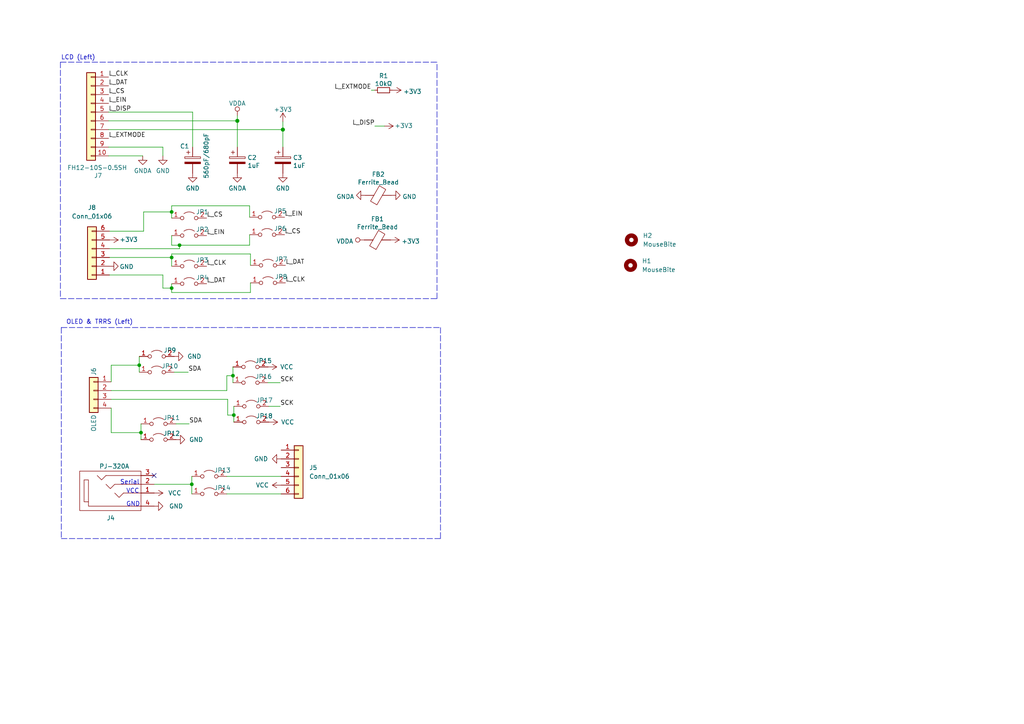
<source format=kicad_sch>
(kicad_sch (version 20211123) (generator eeschema)
  (paper "A4")
  (lib_symbols
    (symbol "Connector_Generic:Conn_01x04" (pin_names (offset 1.016) hide)
      (property "Reference" "J" (at 0 5.08 0))
      (property "Value" "Conn_01x04" (at 0 -7.62 0))
      (symbol "Conn_01x04_1_1"
        (rectangle (start -1.27 -4.953) (end 0 -5.207) (stroke (width 0.1524)))
        (rectangle (start -1.27 -2.413) (end 0 -2.667) (stroke (width 0.1524)))
        (rectangle (start -1.27 0.127) (end 0 -0.127) (stroke (width 0.1524)))
        (rectangle (start -1.27 2.667) (end 0 2.413) (stroke (width 0.1524)))
        (rectangle (start -1.27 3.81) (end 1.27 -6.35) (stroke (width 0.254)) (fill (type background)))
        (pin passive line (at -5.08 2.54 0) (length 3.81) (name "Pin_1") (number "1"))
        (pin passive line (at -5.08 0 0) (length 3.81) (name "Pin_2") (number "2"))
        (pin passive line (at -5.08 -2.54 0) (length 3.81) (name "Pin_3") (number "3"))
        (pin passive line (at -5.08 -5.08 0) (length 3.81) (name "Pin_4") (number "4"))
      )
    )
    (symbol "Connector_Generic:Conn_01x06" (pin_names (offset 1.016) hide)
      (property "Reference" "J" (at 0 7.62 0))
      (property "Value" "Conn_01x06" (at 0 -10.16 0))
      (symbol "Conn_01x06_1_1"
        (rectangle (start -1.27 -7.493) (end 0 -7.747) (stroke (width 0.1524)))
        (rectangle (start -1.27 -4.953) (end 0 -5.207) (stroke (width 0.1524)))
        (rectangle (start -1.27 -2.413) (end 0 -2.667) (stroke (width 0.1524)))
        (rectangle (start -1.27 0.127) (end 0 -0.127) (stroke (width 0.1524)))
        (rectangle (start -1.27 2.667) (end 0 2.413) (stroke (width 0.1524)))
        (rectangle (start -1.27 5.207) (end 0 4.953) (stroke (width 0.1524)))
        (rectangle (start -1.27 6.35) (end 1.27 -8.89) (stroke (width 0.254)) (fill (type background)))
        (pin passive line (at -5.08 5.08 0) (length 3.81) (name "Pin_1") (number "1"))
        (pin passive line (at -5.08 2.54 0) (length 3.81) (name "Pin_2") (number "2"))
        (pin passive line (at -5.08 0 0) (length 3.81) (name "Pin_3") (number "3"))
        (pin passive line (at -5.08 -2.54 0) (length 3.81) (name "Pin_4") (number "4"))
        (pin passive line (at -5.08 -5.08 0) (length 3.81) (name "Pin_5") (number "5"))
        (pin passive line (at -5.08 -7.62 0) (length 3.81) (name "Pin_6") (number "6"))
      )
    )
    (symbol "Connector_Generic:Conn_01x10" (pin_names (offset 1.016) hide)
      (property "Reference" "J" (at 0 12.7 0))
      (property "Value" "Conn_01x10" (at 0 -15.24 0))
      (symbol "Conn_01x10_1_1"
        (rectangle (start -1.27 -12.573) (end 0 -12.827) (stroke (width 0.1524)))
        (rectangle (start -1.27 -10.033) (end 0 -10.287) (stroke (width 0.1524)))
        (rectangle (start -1.27 -7.493) (end 0 -7.747) (stroke (width 0.1524)))
        (rectangle (start -1.27 -4.953) (end 0 -5.207) (stroke (width 0.1524)))
        (rectangle (start -1.27 -2.413) (end 0 -2.667) (stroke (width 0.1524)))
        (rectangle (start -1.27 0.127) (end 0 -0.127) (stroke (width 0.1524)))
        (rectangle (start -1.27 2.667) (end 0 2.413) (stroke (width 0.1524)))
        (rectangle (start -1.27 5.207) (end 0 4.953) (stroke (width 0.1524)))
        (rectangle (start -1.27 7.747) (end 0 7.493) (stroke (width 0.1524)))
        (rectangle (start -1.27 10.287) (end 0 10.033) (stroke (width 0.1524)))
        (rectangle (start -1.27 11.43) (end 1.27 -13.97) (stroke (width 0.254)) (fill (type background)))
        (pin passive line (at -5.08 10.16 0) (length 3.81) (name "Pin_1") (number "1"))
        (pin passive line (at -5.08 -12.7 0) (length 3.81) (name "Pin_10") (number "10"))
        (pin passive line (at -5.08 7.62 0) (length 3.81) (name "Pin_2") (number "2"))
        (pin passive line (at -5.08 5.08 0) (length 3.81) (name "Pin_3") (number "3"))
        (pin passive line (at -5.08 2.54 0) (length 3.81) (name "Pin_4") (number "4"))
        (pin passive line (at -5.08 0 0) (length 3.81) (name "Pin_5") (number "5"))
        (pin passive line (at -5.08 -2.54 0) (length 3.81) (name "Pin_6") (number "6"))
        (pin passive line (at -5.08 -5.08 0) (length 3.81) (name "Pin_7") (number "7"))
        (pin passive line (at -5.08 -7.62 0) (length 3.81) (name "Pin_8") (number "8"))
        (pin passive line (at -5.08 -10.16 0) (length 3.81) (name "Pin_9") (number "9"))
      )
    )
    (symbol "Device:CP" (pin_numbers hide) (pin_names (offset 0.254))
      (property "Reference" "C" (at 0.635 2.54 0))
      (property "Value" "CP" (at 0.635 -2.54 0))
      (symbol "CP_0_1"
        (rectangle (start -2.286 0.508) (end 2.286 1.016))
        (polyline (pts (xy -1.778 2.286) (xy -0.762 2.286)))
        (polyline (pts (xy -1.27 2.794) (xy -1.27 1.778)))
        (rectangle (start 2.286 -0.508) (end -2.286 -1.016) (fill (type outline)))
      )
      (symbol "CP_1_1"
        (pin passive line (at 0 3.81 270) (length 2.794) (name "~") (number "1"))
        (pin passive line (at 0 -3.81 90) (length 2.794) (name "~") (number "2"))
      )
    )
    (symbol "Device:Ferrite_Bead" (pin_numbers hide) (pin_names (offset 0))
      (property "Reference" "FB" (at -3.81 0.635 90))
      (property "Value" "Ferrite_Bead" (at 3.81 0 90))
      (symbol "Ferrite_Bead_0_1"
        (polyline (pts (xy 0 -1.27) (xy 0 -1.2192)))
        (polyline (pts (xy 0 1.27) (xy 0 1.2954)))
        (polyline (pts (xy -2.7686 0.4064) (xy -1.7018 2.2606) (xy 2.7686 -0.3048) (xy 1.6764 -2.159) (xy -2.7686 0.4064)))
      )
      (symbol "Ferrite_Bead_1_1"
        (pin passive line (at 0 3.81 270) (length 2.54) (name "~") (number "1"))
        (pin passive line (at 0 -3.81 90) (length 2.54) (name "~") (number "2"))
      )
    )
    (symbol "Device:R_Small" (pin_numbers hide) (pin_names (offset 0.254) hide)
      (property "Reference" "R" (at 0.762 0.508 0))
      (property "Value" "R_Small" (at 0.762 -1.016 0))
      (symbol "R_Small_0_1"
        (rectangle (start -0.762 1.778) (end 0.762 -1.778) (stroke (width 0.2032)))
      )
      (symbol "R_Small_1_1"
        (pin passive line (at 0 2.54 270) (length 0.762) (name "~") (number "1"))
        (pin passive line (at 0 -2.54 90) (length 0.762) (name "~") (number "2"))
      )
    )
    (symbol "Jumper:Jumper_2_Open" (pin_names (offset 0) hide)
      (property "Reference" "JP" (at 0 2.794 0))
      (property "Value" "Jumper_2_Open" (at 0 -2.286 0))
      (symbol "Jumper_2_Open_0_0"
        (circle (center -2.032 0) (radius 0.508))
        (circle (center 2.032 0) (radius 0.508))
      )
      (symbol "Jumper_2_Open_0_1"
        (arc (start 1.524 1.27) (mid 0 1.778) (end -1.524 1.27))
      )
      (symbol "Jumper_2_Open_1_1"
        (pin passive line (at -5.08 0 0) (length 2.54) (name "A") (number "1"))
        (pin passive line (at 5.08 0 180) (length 2.54) (name "B") (number "2"))
      )
    )
    (symbol "Mechanical:MountingHole" (pin_names (offset 1.016))
      (property "Reference" "H" (at 0 5.08 0))
      (property "Value" "MountingHole" (at 0 3.175 0))
      (symbol "MountingHole_0_1"
        (circle (center 0 0) (radius 1.27) (stroke (width 1.27)))
      )
    )
    (symbol "TPS42:MJ-4PP-9" (pin_names (offset 1.016))
      (property "Reference" "J" (at -8.89 -7.62 0))
      (property "Value" "MJ-4PP-9" (at -3.81 6.35 0))
      (symbol "MJ-4PP-9_0_1"
        (rectangle (start -7.62 2.54) (end -8.89 -3.81))
        (polyline (pts (xy 2.54 0) (xy 7.62 0)))
        (polyline (pts (xy -2.54 -5.08) (xy 7.62 -5.08) (xy 7.62 -5.08)))
        (polyline (pts (xy 0 -2.54) (xy -1.27 -1.27) (xy -2.54 -2.54)))
        (polyline (pts (xy 0 0) (xy 1.27 1.27) (xy 2.54 0)))
        (polyline (pts (xy 7.62 3.81) (xy -7.62 3.81) (xy -7.62 2.54)))
        (polyline (pts (xy -2.54 -5.08) (xy -3.81 -3.81) (xy -5.08 -5.08) (xy -5.08 -5.08)))
        (polyline (pts (xy 0 -2.54) (xy 7.62 -2.54) (xy 7.62 -2.54) (xy 7.62 -2.54)))
        (rectangle (start 7.62 -6.35) (end -10.16 5.08))
      )
      (symbol "MJ-4PP-9_1_1"
        (pin passive line (at 11.43 0 180) (length 3.81) (name "~") (number "1"))
        (pin passive line (at 11.43 -2.54 180) (length 3.81) (name "~") (number "2"))
        (pin passive line (at 11.43 -5.08 180) (length 3.81) (name "~") (number "3"))
        (pin passive line (at 11.43 3.81 180) (length 3.81) (name "~") (number "4"))
      )
    )
    (symbol "power:+3.3V" (power) (pin_names (offset 0))
      (property "Value" "+3.3V" (at 0 3.556 0))
      (symbol "+3.3V_0_1"
        (polyline (pts (xy -0.762 1.27) (xy 0 2.54)))
        (polyline (pts (xy 0 0) (xy 0 2.54)))
        (polyline (pts (xy 0 2.54) (xy 0.762 1.27)))
      )
      (symbol "+3.3V_1_1"
        (pin power_in line (at 0 0 90) (length 0) hide (name "+3V3") (number "1"))
      )
    )
    (symbol "power:GND" (power) (pin_names (offset 0))
      (property "Value" "GND" (at 0 -3.81 0))
      (symbol "GND_0_1"
        (polyline (pts (xy 0 0) (xy 0 -1.27) (xy 1.27 -1.27) (xy 0 -2.54) (xy -1.27 -1.27) (xy 0 -1.27)))
      )
      (symbol "GND_1_1"
        (pin power_in line (at 0 0 270) (length 0) hide (name "GND") (number "1"))
      )
    )
    (symbol "power:GNDA" (power) (pin_names (offset 0))
      (property "Value" "GNDA" (at 0 -3.81 0))
      (symbol "GNDA_0_1"
        (polyline (pts (xy 0 0) (xy 0 -1.27) (xy 1.27 -1.27) (xy 0 -2.54) (xy -1.27 -1.27) (xy 0 -1.27)))
      )
      (symbol "GNDA_1_1"
        (pin power_in line (at 0 0 270) (length 0) hide (name "GNDA") (number "1"))
      )
    )
    (symbol "power:VCC" (power) (pin_names (offset 0))
      (property "Value" "VCC" (at 0 3.81 0))
      (symbol "VCC_0_1"
        (polyline (pts (xy -0.762 1.27) (xy 0 2.54)))
        (polyline (pts (xy 0 0) (xy 0 2.54)))
        (polyline (pts (xy 0 2.54) (xy 0.762 1.27)))
      )
      (symbol "VCC_1_1"
        (pin power_in line (at 0 0 90) (length 0) hide (name "VCC") (number "1"))
      )
    )
    (symbol "power:VDDA" (power) (pin_names (offset 0))
      (property "Value" "VDDA" (at 0 3.81 0))
      (symbol "VDDA_0_1"
        (polyline (pts (xy 0 0) (xy 0 1.27)))
        (circle (center 0 1.905) (radius 0.635))
      )
      (symbol "VDDA_1_1"
        (pin power_in line (at 0 0 90) (length 0) hide (name "VDDA") (number "1"))
      )
    )
  )
  (junction (at 49.784 83.566))
  (junction (at 49.784 61.468))
  (junction (at 40.894 125.476))
  (junction (at 52.07 71.12))
  (junction (at 49.784 74.676))
  (junction (at 67.564 108.966))
  (junction (at 82.042 37.592) (diameter 1.016))
  (junction (at 68.834 35.052) (diameter 1.016))
  (junction (at 67.818 120.396))
  (junction (at 55.626 140.462))
  (junction (at 40.386 105.918))
  (no_connect (at 44.704 137.922))
  (wire (pts (xy 31.75 79.756) (xy 47.244 79.756)))
  (wire (pts (xy 67.564 108.966) (xy 67.564 110.998)))
  (wire (pts (xy 47.244 83.566) (xy 49.784 83.566)))
  (polyline (pts (xy 17.78 115.316) (xy 17.78 156.21)) (stroke (width 0) (type dash)))
  (wire (pts (xy 81.28 117.856) (xy 77.978 117.856)))
  (wire (pts (xy 49.784 77.216) (xy 49.784 74.676)))
  (polyline (pts (xy 17.526 18.034) (xy 17.526 86.614)))
  (wire (pts (xy 67.564 106.426) (xy 67.564 108.966)))
  (wire (pts (xy 41.656 61.468) (xy 49.784 61.468)))
  (wire (pts (xy 49.784 71.12) (xy 49.784 68.326)))
  (polyline (pts (xy 17.78 156.21) (xy 68.326 156.21)) (stroke (width 0) (type dash)))
  (wire (pts (xy 32.258 110.744) (xy 32.258 105.918)))
  (wire (pts (xy 81.28 110.998) (xy 77.724 110.998)))
  (wire (pts (xy 32.258 125.476) (xy 40.894 125.476)))
  (wire (pts (xy 49.784 61.468) (xy 49.784 63.246)))
  (polyline (pts (xy 17.526 86.614) (xy 126.746 86.614)))
  (wire (pts (xy 49.784 73.66) (xy 72.644 73.66)))
  (wire (pts (xy 55.626 138.176) (xy 55.626 140.462)))
  (wire (pts (xy 31.496 32.512) (xy 55.88 32.512)))
  (wire (pts (xy 65.786 113.284) (xy 65.786 108.966)))
  (polyline (pts (xy 127.762 156.21) (xy 68.326 156.21)))
  (wire (pts (xy 49.784 74.676) (xy 49.784 73.66)))
  (wire (pts (xy 82.042 37.592) (xy 82.042 42.672)))
  (polyline (pts (xy 17.526 18.034) (xy 126.746 18.034)))
  (wire (pts (xy 49.784 83.566) (xy 49.784 82.296)))
  (wire (pts (xy 72.644 84.836) (xy 49.784 84.836)))
  (wire (pts (xy 40.894 122.936) (xy 40.894 125.476)))
  (wire (pts (xy 54.864 122.936) (xy 51.054 122.936)))
  (wire (pts (xy 55.626 140.462) (xy 55.626 143.256)))
  (wire (pts (xy 54.61 107.95) (xy 50.546 107.95)))
  (wire (pts (xy 49.784 84.836) (xy 49.784 83.566)))
  (wire (pts (xy 72.39 68.072) (xy 72.39 71.12)))
  (wire (pts (xy 107.696 26.162) (xy 108.712 26.162)))
  (wire (pts (xy 32.258 118.364) (xy 32.258 125.476)))
  (polyline (pts (xy 126.746 86.614) (xy 126.746 18.034)))
  (wire (pts (xy 82.042 35.306) (xy 82.042 37.592)))
  (wire (pts (xy 47.244 79.756) (xy 47.244 83.566)))
  (wire (pts (xy 31.496 45.212) (xy 41.402 45.212)))
  (polyline (pts (xy 68.58 94.996) (xy 127.762 94.996)))
  (wire (pts (xy 32.258 113.284) (xy 65.786 113.284)))
  (wire (pts (xy 66.04 120.396) (xy 67.818 120.396)))
  (wire (pts (xy 41.656 67.056) (xy 31.75 67.056)))
  (wire (pts (xy 31.496 37.592) (xy 82.042 37.592)))
  (wire (pts (xy 31.496 35.052) (xy 68.834 35.052)))
  (wire (pts (xy 72.39 71.12) (xy 52.07 71.12)))
  (wire (pts (xy 40.894 125.476) (xy 40.894 127.508)))
  (wire (pts (xy 32.258 115.824) (xy 66.04 115.824)))
  (polyline (pts (xy 127.762 94.996) (xy 127.762 156.21)))
  (wire (pts (xy 31.496 42.672) (xy 47.244 42.672)))
  (wire (pts (xy 52.07 72.136) (xy 52.07 71.12)))
  (wire (pts (xy 31.75 72.136) (xy 52.07 72.136)))
  (wire (pts (xy 55.88 32.512) (xy 55.88 42.672)))
  (polyline (pts (xy 17.78 94.996) (xy 17.78 115.316)) (stroke (width 0) (type dash)))
  (wire (pts (xy 72.39 59.69) (xy 49.784 59.69)))
  (wire (pts (xy 49.784 59.69) (xy 49.784 61.468)))
  (polyline (pts (xy 17.78 94.996) (xy 68.326 94.996)) (stroke (width 0) (type dash)))
  (wire (pts (xy 67.818 120.396) (xy 67.818 122.428)))
  (wire (pts (xy 31.75 74.676) (xy 49.784 74.676)))
  (wire (pts (xy 65.786 138.176) (xy 81.534 138.176)))
  (wire (pts (xy 72.644 73.66) (xy 72.644 76.962)))
  (wire (pts (xy 40.386 105.918) (xy 40.386 107.95)))
  (wire (pts (xy 41.656 67.056) (xy 41.656 61.468)))
  (wire (pts (xy 32.258 105.918) (xy 40.386 105.918)))
  (wire (pts (xy 44.704 140.462) (xy 55.626 140.462)))
  (wire (pts (xy 40.386 103.378) (xy 40.386 105.918)))
  (wire (pts (xy 72.644 82.042) (xy 72.644 84.836)))
  (wire (pts (xy 52.07 71.12) (xy 49.784 71.12)))
  (wire (pts (xy 68.834 35.052) (xy 68.834 42.672)))
  (wire (pts (xy 67.818 117.856) (xy 67.818 120.396)))
  (wire (pts (xy 72.39 62.992) (xy 72.39 59.69)))
  (wire (pts (xy 66.04 115.824) (xy 66.04 120.396)))
  (wire (pts (xy 65.786 143.256) (xy 81.534 143.256)))
  (wire (pts (xy 108.712 36.576) (xy 111.506 36.576)))
  (wire (pts (xy 65.786 108.966) (xy 67.564 108.966)))
  (wire (pts (xy 68.834 33.528) (xy 68.834 35.052)))
  (wire (pts (xy 47.244 42.672) (xy 47.244 45.212)))
  (text "Serial" (at 34.798 140.716 0) (effects (font (size 1.27 1.27)) (justify left bottom)))
  (text "LCD (Left)" (at 27.686 17.526 180) (effects (font (size 1.27 1.27)) (justify right bottom)))
  (text "OLED & TRRS (Left)" (at 38.608 94.234 180) (effects (font (size 1.27 1.27)) (justify right bottom)))
  (text "VCC" (at 36.576 143.256 0) (effects (font (size 1.27 1.27)) (justify left bottom)))
  (text "GND" (at 36.576 147.066 0) (effects (font (size 1.27 1.27)) (justify left bottom)))
  (label "L_DAT" (at 31.496 24.892 0))
  (label "L_CS" (at 82.55 68.072 0))
  (label "L_DISP" (at 31.496 32.512 0))
  (label "L_CLK" (at 59.944 77.216 0))
  (label "L_EXTMODE" (at 31.496 40.132 0))
  (label "L_CS" (at 59.944 63.246 0))
  (label "L_EIN" (at 82.55 62.992 0))
  (label "L_CS" (at 31.496 27.432 0))
  (label "SDA" (at 54.864 122.936 0))
  (label "SCK" (at 81.28 110.998 0))
  (label "L_DISP" (at 108.712 36.576 180))
  (label "L_CLK" (at 31.496 22.352 0))
  (label "L_DAT" (at 59.944 82.296 0))
  (label "L_DAT" (at 82.804 76.962 0))
  (label "L_EIN" (at 31.496 29.972 0))
  (label "L_EXTMODE" (at 107.696 26.162 180))
  (label "L_CLK" (at 82.804 82.042 0))
  (label "SDA" (at 54.61 107.95 0))
  (label "SCK" (at 81.28 117.856 0))
  (label "L_EIN" (at 59.944 68.326 0))
  (symbol (lib_id "Device:CP") (at 68.834 46.482 0) (unit 1)
    (property "Reference" "C2" (at 71.7551 45.7211 0) (effects (justify left)))
    (property "Value" "1uF" (at 71.7551 48.0198 0) (effects (justify left)))
    (property "Footprint" "Capacitor_SMD:C_0603_1608Metric_Pad1.08x0.95mm_HandSolder" (effects hide))
    (property "LCSC" "C15849" (effects hide))
  )
  (symbol (lib_id "Jumper:Jumper_2_Open") (at 72.898 122.428 0) (unit 1)
    (property "Reference" "JP18" (at 76.708 120.65 0))
    (property "Value" "Jumper_2_Open" (effects hide))
    (property "Footprint" "Jumper:SolderJumper-2_P1.3mm_Open_TrianglePad1.0x1.5mm" (effects hide))
  )
  (symbol (lib_id "power:GNDA") (at 68.834 50.292 0) (unit 1)
    (property "Reference" "#PWR07" (effects hide))
    (property "Value" "GNDA" (at 68.834 54.6164 0))
  )
  (symbol (lib_id "Jumper:Jumper_2_Open") (at 77.47 68.072 0) (unit 1)
    (property "Reference" "JP6" (at 81.28 66.294 0))
    (property "Value" "Jumper_2_Open" (effects hide))
    (property "Footprint" "Jumper:SolderJumper-2_P1.3mm_Open_TrianglePad1.0x1.5mm" (effects hide))
  )
  (symbol (lib_id "Jumper:Jumper_2_Open") (at 45.974 122.936 0) (unit 1)
    (property "Reference" "JP11" (at 49.784 121.158 0))
    (property "Value" "Jumper_2_Open" (effects hide))
    (property "Footprint" "Jumper:SolderJumper-2_P1.3mm_Open_TrianglePad1.0x1.5mm" (effects hide))
  )
  (symbol (lib_id "power:VCC") (at 77.978 122.428 270) (unit 1)
    (property "Reference" "#PWR0108" (effects hide))
    (property "Value" "VCC" (at 85.344 122.428 90) (effects (justify right)))
  )
  (symbol (lib_id "power:GND") (at 50.546 103.378 90) (unit 1)
    (property "Reference" "#PWR0101" (effects hide))
    (property "Value" "GND" (at 58.42 103.378 90) (effects (justify left)))
  )
  (symbol (lib_id "Connector_Generic:Conn_01x06") (at 26.67 74.676 180) (unit 1)
    (property "Reference" "J8" (at 26.67 60.198 0))
    (property "Value" "Conn_01x06" (at 26.67 62.738 0))
    (property "Footprint" "Connector_PinHeader_2.54mm:PinHeader_2x03_P2.54mm_Vertical" (effects hide))
  )
  (symbol (lib_id "power:GND") (at 47.244 45.212 0) (unit 1)
    (property "Reference" "#PWR04" (effects hide))
    (property "Value" "GND" (at 47.244 49.5364 0))
  )
  (symbol (lib_id "power:GNDA") (at 41.402 45.212 0) (unit 1)
    (property "Reference" "#PWR03" (effects hide))
    (property "Value" "GNDA" (at 41.402 49.5364 0))
  )
  (symbol (lib_id "power:GND") (at 81.534 133.096 270) (unit 1)
    (property "Reference" "#PWR0107" (effects hide))
    (property "Value" "GND" (at 73.66 133.096 90) (effects (justify left)))
  )
  (symbol (lib_id "Jumper:Jumper_2_Open") (at 77.47 62.992 0) (unit 1)
    (property "Reference" "JP5" (at 81.28 61.214 0))
    (property "Value" "Jumper_2_Open" (effects hide))
    (property "Footprint" "Jumper:SolderJumper-2_P1.3mm_Open_TrianglePad1.0x1.5mm" (effects hide))
  )
  (symbol (lib_id "Device:CP") (at 55.88 46.482 0) (unit 1)
    (property "Reference" "C1" (at 52.1971 42.4191 0) (effects (justify left)))
    (property "Value" "560pF/680pF" (at 59.8171 51.8298 90) (effects (justify left)))
    (property "Footprint" "Capacitor_SMD:C_0603_1608Metric_Pad1.08x0.95mm_HandSolder" (effects hide))
    (property "LCSC" "C1630" (effects hide))
  )
  (symbol (lib_id "Jumper:Jumper_2_Open") (at 72.898 117.856 0) (unit 1)
    (property "Reference" "JP17" (at 76.708 116.078 0))
    (property "Value" "Jumper_2_Open" (effects hide))
    (property "Footprint" "Jumper:SolderJumper-2_P1.3mm_Open_TrianglePad1.0x1.5mm" (effects hide))
  )
  (symbol (lib_id "power:+3.3V") (at 31.75 69.596 270) (unit 1)
    (property "Reference" "#PWR01" (effects hide))
    (property "Value" "+3.3V" (at 34.6711 69.4765 90) (effects (justify left)))
  )
  (symbol (lib_id "Jumper:Jumper_2_Open") (at 77.724 82.042 0) (unit 1)
    (property "Reference" "JP8" (at 81.534 80.264 0))
    (property "Value" "Jumper_2_Open" (effects hide))
    (property "Footprint" "Jumper:SolderJumper-2_P1.3mm_Open_TrianglePad1.0x1.5mm" (effects hide))
  )
  (symbol (lib_id "Connector_Generic:Conn_01x04") (at 27.178 113.284 0) (mirror y) (unit 1)
    (property "Reference" "J6" (at 27.178 108.966 90) (effects (justify left)))
    (property "Value" "OLED" (at 27.178 125.222 90) (effects (justify left)))
    (property "Footprint" "TPS42-Shield:OLED" (effects hide))
  )
  (symbol (lib_id "power:VCC") (at 81.534 140.716 90) (unit 1)
    (property "Reference" "#PWR0105" (effects hide))
    (property "Value" "VCC" (at 74.168 140.716 90) (effects (justify right)))
  )
  (symbol (lib_id "power:+3.3V") (at 113.792 26.162 270) (unit 1)
    (property "Reference" "#PWR015" (effects hide))
    (property "Value" "+3.3V" (at 116.9671 26.5505 90) (effects (justify left)))
  )
  (symbol (lib_id "power:GND") (at 44.704 146.812 90) (unit 1)
    (property "Reference" "#PWR0104" (effects hide))
    (property "Value" "GND" (at 49.022 146.8119 90) (effects (justify right)))
  )
  (symbol (lib_id "Jumper:Jumper_2_Open") (at 72.644 110.998 0) (unit 1)
    (property "Reference" "JP16" (at 76.454 109.22 0))
    (property "Value" "Jumper_2_Open" (effects hide))
    (property "Footprint" "Jumper:SolderJumper-2_P1.3mm_Open_TrianglePad1.0x1.5mm" (effects hide))
  )
  (symbol (lib_id "Jumper:Jumper_2_Open") (at 45.974 127.508 0) (unit 1)
    (property "Reference" "JP12" (at 49.784 125.73 0))
    (property "Value" "Jumper_2_Open" (effects hide))
    (property "Footprint" "Jumper:SolderJumper-2_P1.3mm_Open_TrianglePad1.0x1.5mm" (effects hide))
  )
  (symbol (lib_id "Jumper:Jumper_2_Open") (at 72.644 106.426 0) (unit 1)
    (property "Reference" "JP15" (at 76.454 104.648 0))
    (property "Value" "Jumper_2_Open" (effects hide))
    (property "Footprint" "Jumper:SolderJumper-2_P1.3mm_Open_TrianglePad1.0x1.5mm" (effects hide))
  )
  (symbol (lib_id "Jumper:Jumper_2_Open") (at 77.724 76.962 0) (unit 1)
    (property "Reference" "JP7" (at 81.534 75.184 0))
    (property "Value" "Jumper_2_Open" (effects hide))
    (property "Footprint" "Jumper:SolderJumper-2_P1.3mm_Open_TrianglePad1.0x1.5mm" (effects hide))
  )
  (symbol (lib_id "power:+3.3V") (at 111.506 36.576 270) (unit 1)
    (property "Reference" "#PWR014" (effects hide))
    (property "Value" "+3.3V" (at 114.4271 36.4565 90) (effects (justify left)))
  )
  (symbol (lib_id "Device:Ferrite_Bead") (at 109.728 56.642 90) (unit 1)
    (property "Reference" "FB2" (at 109.728 50.5672 90))
    (property "Value" "Ferrite_Bead" (at 109.728 52.8659 90))
    (property "Footprint" "Resistor_SMD:R_0805_2012Metric_Pad1.20x1.40mm_HandSolder" (effects hide))
    (property "LCSC" "C1017" (effects hide))
  )
  (symbol (lib_id "Connector_Generic:Conn_01x10") (at 26.416 32.512 0) (mirror y) (unit 1)
    (property "Reference" "J7" (at 28.448 50.9312 0))
    (property "Value" "FH12-10S-0.5SH" (at 28.194 48.6325 0))
    (property "Footprint" "Connector_FFC-FPC:Hirose_FH12-10S-0.5SH_1x10-1MP_P0.50mm_Horizontal" (effects hide))
    (property "LCSC" "C506791" (effects hide))
  )
  (symbol (lib_id "power:+3.3V") (at 113.284 69.596 270) (unit 1)
    (property "Reference" "#PWR010" (effects hide))
    (property "Value" "+3.3V" (at 116.4591 69.9845 90) (effects (justify left)))
  )
  (symbol (lib_id "Mechanical:MountingHole") (at 182.88 76.962 0) (unit 1)
    (property "Reference" "H1" (at 186.182 75.6919 0) (effects (justify left)))
    (property "Value" "MouseBite" (at 186.182 78.2319 0) (effects (justify left)))
    (property "Footprint" "TPS42-Shield:mouse-bite-2mm-slot" (effects hide))
  )
  (symbol (lib_id "Jumper:Jumper_2_Open") (at 45.466 103.378 0) (unit 1)
    (property "Reference" "JP9" (at 49.276 101.6 0))
    (property "Value" "Jumper_2_Open" (effects hide))
    (property "Footprint" "Jumper:SolderJumper-2_P1.3mm_Open_TrianglePad1.0x1.5mm" (effects hide))
  )
  (symbol (lib_id "power:GND") (at 31.75 77.216 90) (unit 1)
    (property "Reference" "#PWR02" (effects hide))
    (property "Value" "GND" (at 34.6711 77.3505 90) (effects (justify right)))
  )
  (symbol (lib_id "power:VDDA") (at 68.834 33.528 0) (unit 1)
    (property "Reference" "#PWR06" (effects hide))
    (property "Value" "VDDA" (at 68.834 29.9806 0))
  )
  (symbol (lib_id "power:GND") (at 113.538 56.642 90) (unit 1)
    (property "Reference" "#PWR011" (effects hide))
    (property "Value" "GND" (at 116.7131 57.0305 90) (effects (justify right)))
  )
  (symbol (lib_id "Jumper:Jumper_2_Open") (at 54.864 77.216 0) (unit 1)
    (property "Reference" "JP3" (at 58.674 75.438 0))
    (property "Value" "Jumper_2_Open" (effects hide))
    (property "Footprint" "Jumper:SolderJumper-2_P1.3mm_Open_TrianglePad1.0x1.5mm" (effects hide))
  )
  (symbol (lib_id "Jumper:Jumper_2_Open") (at 54.864 63.246 0) (unit 1)
    (property "Reference" "JP1" (at 58.674 61.468 0))
    (property "Value" "Jumper_2_Open" (effects hide))
    (property "Footprint" "Jumper:SolderJumper-2_P1.3mm_Open_TrianglePad1.0x1.5mm" (effects hide))
  )
  (symbol (lib_id "Jumper:Jumper_2_Open") (at 45.466 107.95 0) (unit 1)
    (property "Reference" "JP10" (at 49.276 106.172 0))
    (property "Value" "Jumper_2_Open" (effects hide))
    (property "Footprint" "Jumper:SolderJumper-2_P1.3mm_Open_TrianglePad1.0x1.5mm" (effects hide))
  )
  (symbol (lib_id "TPS42:MJ-4PP-9") (at 33.274 143.002 0) (mirror x) (unit 1)
    (property "Reference" "J4" (at 32.131 150.2452 0))
    (property "Value" "PJ-320A" (at 33.147 135.2465 0))
    (property "Footprint" "TPS42-Shield:MJ-4PP-9-reversable" (effects hide))
  )
  (symbol (lib_id "Jumper:Jumper_2_Open") (at 60.706 138.176 0) (unit 1)
    (property "Reference" "JP13" (at 64.516 136.398 0))
    (property "Value" "Jumper_2_Open" (effects hide))
    (property "Footprint" "Jumper:SolderJumper-2_P1.3mm_Open_TrianglePad1.0x1.5mm" (effects hide))
  )
  (symbol (lib_id "Jumper:Jumper_2_Open") (at 54.864 68.326 0) (unit 1)
    (property "Reference" "JP2" (at 58.674 66.548 0))
    (property "Value" "Jumper_2_Open" (effects hide))
    (property "Footprint" "Jumper:SolderJumper-2_P1.3mm_Open_TrianglePad1.0x1.5mm" (effects hide))
  )
  (symbol (lib_id "Device:CP") (at 82.042 46.482 0) (unit 1)
    (property "Reference" "C3" (at 84.9631 45.7211 0) (effects (justify left)))
    (property "Value" "1uF" (at 84.9631 48.0198 0) (effects (justify left)))
    (property "Footprint" "Capacitor_SMD:C_0603_1608Metric_Pad1.08x0.95mm_HandSolder" (effects hide))
    (property "LCSC" "C15849" (effects hide))
  )
  (symbol (lib_id "power:GND") (at 55.88 50.292 0) (unit 1)
    (property "Reference" "#PWR05" (effects hide))
    (property "Value" "GND" (at 55.88 54.6164 0))
  )
  (symbol (lib_id "power:GND") (at 51.054 127.508 90) (unit 1)
    (property "Reference" "#PWR0102" (effects hide))
    (property "Value" "GND" (at 58.928 127.508 90) (effects (justify left)))
  )
  (symbol (lib_id "power:VDDA") (at 105.664 69.596 90) (unit 1)
    (property "Reference" "#PWR08" (effects hide))
    (property "Value" "VDDA" (at 102.489 69.9845 90) (effects (justify left)))
  )
  (symbol (lib_id "Jumper:Jumper_2_Open") (at 54.864 82.296 0) (unit 1)
    (property "Reference" "JP4" (at 58.674 80.518 0))
    (property "Value" "Jumper_2_Open" (effects hide))
    (property "Footprint" "Jumper:SolderJumper-2_P1.3mm_Open_TrianglePad1.0x1.5mm" (effects hide))
  )
  (symbol (lib_id "power:GNDA") (at 105.918 56.642 270) (unit 1)
    (property "Reference" "#PWR09" (effects hide))
    (property "Value" "GNDA" (at 102.7429 57.0305 90) (effects (justify right)))
  )
  (symbol (lib_id "Device:Ferrite_Bead") (at 109.474 69.596 90) (unit 1)
    (property "Reference" "FB1" (at 109.474 63.5212 90))
    (property "Value" "Ferrite_Bead" (at 109.474 65.8199 90))
    (property "Footprint" "Resistor_SMD:R_0805_2012Metric_Pad1.20x1.40mm_HandSolder" (effects hide))
    (property "LCSC" "C1017" (effects hide))
  )
  (symbol (lib_id "power:GND") (at 82.042 50.292 0) (unit 1)
    (property "Reference" "#PWR013" (effects hide))
    (property "Value" "GND" (at 82.042 54.6164 0))
  )
  (symbol (lib_id "power:VCC") (at 44.704 143.002 270) (unit 1)
    (property "Reference" "#PWR0103" (effects hide))
    (property "Value" "VCC" (at 48.768 143.0019 90) (effects (justify left)))
  )
  (symbol (lib_id "power:VCC") (at 77.724 106.426 270) (unit 1)
    (property "Reference" "#PWR0106" (effects hide))
    (property "Value" "VCC" (at 85.09 106.426 90) (effects (justify right)))
  )
  (symbol (lib_id "Jumper:Jumper_2_Open") (at 60.706 143.256 0) (unit 1)
    (property "Reference" "JP14" (at 64.516 141.478 0))
    (property "Value" "Jumper_2_Open" (effects hide))
    (property "Footprint" "Jumper:SolderJumper-2_P1.3mm_Open_TrianglePad1.0x1.5mm" (effects hide))
  )
  (symbol (lib_id "Mechanical:MountingHole") (at 183.134 69.596 0) (unit 1)
    (property "Reference" "H2" (at 186.436 68.3259 0) (effects (justify left)))
    (property "Value" "MouseBite" (at 186.436 70.8659 0) (effects (justify left)))
    (property "Footprint" "TPS42-Shield:mouse-bite-2mm-slot" (effects hide))
  )
  (symbol (lib_id "power:+3.3V") (at 82.042 35.306 0) (unit 1)
    (property "Reference" "#PWR012" (effects hide))
    (property "Value" "+3.3V" (at 82.042 31.7586 0))
  )
  (symbol (lib_id "Device:R_Small") (at 111.252 26.162 270) (unit 1)
    (property "Reference" "R1" (at 111.252 21.9922 90))
    (property "Value" "10kΩ" (at 111.252 24.2909 90))
    (property "Footprint" "Resistor_SMD:R_0603_1608Metric_Pad0.98x0.95mm_HandSolder" (effects hide))
    (property "LCSC" "C25804" (effects hide))
  )
  (symbol (lib_id "Connector_Generic:Conn_01x06") (at 86.614 135.636 0) (unit 1)
    (property "Reference" "J5" (at 89.662 135.6359 0) (effects (justify left)))
    (property "Value" "Conn_01x06" (at 89.662 138.1759 0) (effects (justify left)))
    (property "Footprint" "Connector_PinHeader_2.54mm:PinHeader_2x03_P2.54mm_Vertical" (effects hide))
  )
)
</source>
